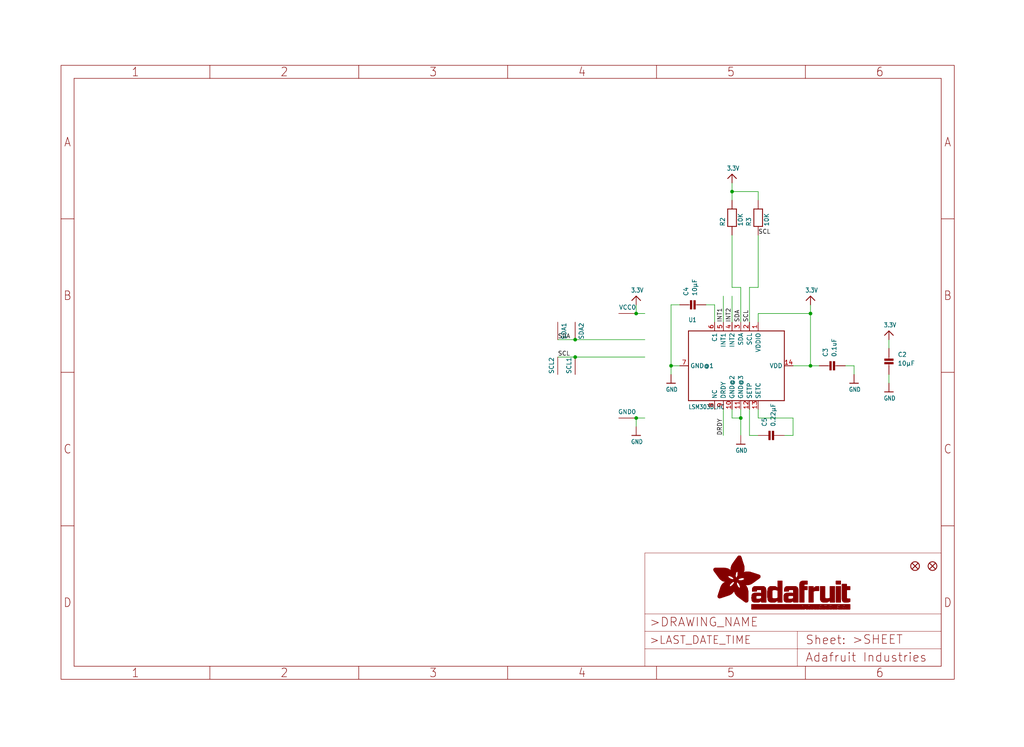
<source format=kicad_sch>
(kicad_sch (version 20211123) (generator eeschema)
  (paper "User" 298.45 217.881)
  (lib_symbols
    (symbol "eagleSchem-eagle-import:3.3V" (power)
      (property "Value" "3.3V" (at -1.524 1.016 0))
      (symbol "3.3V_1_0"
        (pin power_in line (at 0 -2.54 90) (length 2.54) (name "3.3V") (number "1"))
      )
    )
    (symbol "eagleSchem-eagle-import:CAP_CERAMIC_0805"
      (property "Reference" "C" (at 2.54 2.54 0))
      (property "Value" "CAP_CERAMIC_0805" (at 2.54 0 0))
      (symbol "CAP_CERAMIC_0805_1_0"
        (pin passive line (at 0 5.08 270) (length 2.54) (name "P$1") (number "1"))
        (pin passive line (at 0 -2.54 90) (length 2.54) (name "P$2") (number "2"))
      )
    )
    (symbol "eagleSchem-eagle-import:FIDUCIAL{dblquote}{dblquote}")
    (symbol "eagleSchem-eagle-import:FRAME_A4_ADAFRUIT"
      (symbol "FRAME_A4_ADAFRUIT_1_0"
        (text "1" (at 21.6958 1.905 0) (effects (font (size 2.54 2.286))))
        (text "1" (at 21.6958 177.165 0) (effects (font (size 2.54 2.286))))
        (text "2" (at 65.0875 1.905 0) (effects (font (size 2.54 2.286))))
        (text "2" (at 65.0875 177.165 0) (effects (font (size 2.54 2.286))))
        (text "3" (at 108.4792 1.905 0) (effects (font (size 2.54 2.286))))
        (text "3" (at 108.4792 177.165 0) (effects (font (size 2.54 2.286))))
        (text "4" (at 151.8708 1.905 0) (effects (font (size 2.54 2.286))))
        (text "4" (at 151.8708 177.165 0) (effects (font (size 2.54 2.286))))
        (text "5" (at 195.2625 1.905 0) (effects (font (size 2.54 2.286))))
        (text "5" (at 195.2625 177.165 0) (effects (font (size 2.54 2.286))))
        (text "6" (at 238.6542 1.905 0) (effects (font (size 2.54 2.286))))
        (text "6" (at 238.6542 177.165 0) (effects (font (size 2.54 2.286))))
        (text ">DRAWING_NAME" (at 171.45 15.24 0) (effects (font (size 2.54 2.54)) (justify left bottom)))
        (text ">LAST_DATE_TIME" (at 171.45 10.16 0) (effects (font (size 2.286 2.286)) (justify left bottom)))
        (text ">SHEET" (at 230.505 10.16 0) (effects (font (size 2.54 2.54)) (justify left bottom)))
        (text "A" (at 1.905 156.6863 0) (effects (font (size 2.54 2.286))))
        (text "A" (at 258.445 156.6863 0) (effects (font (size 2.54 2.286))))
        (text "Adafruit Industries" (at 216.916 4.953 0) (effects (font (size 2.54 2.54)) (justify left bottom)))
        (text "B" (at 1.905 111.9188 0) (effects (font (size 2.54 2.286))))
        (text "B" (at 258.445 111.9188 0) (effects (font (size 2.54 2.286))))
        (text "C" (at 1.905 67.1513 0) (effects (font (size 2.54 2.286))))
        (text "C" (at 258.445 67.1513 0) (effects (font (size 2.54 2.286))))
        (text "D" (at 1.905 22.3838 0) (effects (font (size 2.54 2.286))))
        (text "D" (at 258.445 22.3838 0) (effects (font (size 2.54 2.286))))
        (text "Sheet:" (at 216.916 10.033 0) (effects (font (size 2.54 2.54)) (justify left bottom)))
      )
    )
    (symbol "eagleSchem-eagle-import:GND" (power)
      (property "Value" "GND" (at -1.524 -2.54 0))
      (symbol "GND_1_0"
        (pin power_in line (at 0 2.54 270) (length 2.54) (name "GND") (number "1"))
      )
    )
    (symbol "eagleSchem-eagle-import:LSM303DLHC"
      (property "Reference" "U" (at -12.7 12.7 0))
      (property "Value" "LSM303DLHC" (at -12.7 -12.7 0))
      (symbol "LSM303DLHC_1_0"
        (pin power_in line (at 7.62 12.7 270) (length 2.54) (name "VDDIO") (number "1"))
        (pin power_in line (at 0 -12.7 90) (length 2.54) (name "GND@2") (number "10"))
        (pin power_in line (at 2.54 -12.7 90) (length 2.54) (name "GND@3") (number "11"))
        (pin bidirectional line (at 5.08 -12.7 90) (length 2.54) (name "SETP") (number "12"))
        (pin bidirectional line (at 7.62 -12.7 90) (length 2.54) (name "SETC") (number "13"))
        (pin power_in line (at 17.78 0 180) (length 2.54) (name "VDD") (number "14"))
        (pin bidirectional line (at 5.08 12.7 270) (length 2.54) (name "SCL") (number "2"))
        (pin bidirectional line (at 2.54 12.7 270) (length 2.54) (name "SDA") (number "3"))
        (pin output line (at 0 12.7 270) (length 2.54) (name "INT2") (number "4"))
        (pin output line (at -2.54 12.7 270) (length 2.54) (name "INT1") (number "5"))
        (pin bidirectional line (at -5.08 12.7 270) (length 2.54) (name "C1") (number "6"))
        (pin power_in line (at -15.24 0 0) (length 2.54) (name "GND@1") (number "7"))
        (pin bidirectional line (at -5.08 -12.7 90) (length 2.54) (name "NC") (number "8"))
        (pin output line (at -2.54 -12.7 90) (length 2.54) (name "DRDY") (number "9"))
      )
    )
    (symbol "eagleSchem-eagle-import:RESISTOR_0805"
      (property "Reference" "R" (at -2.54 2.032 0))
      (property "Value" "RESISTOR_0805" (at -2.54 -3.175 0))
      (symbol "RESISTOR_0805_1_0"
        (pin passive line (at -5.08 0 0) (length 2.54) (name "1") (number "1"))
        (pin passive line (at 5.08 0 180) (length 2.54) (name "2") (number "2"))
      )
    )
    (symbol "eagleSchem-eagle-import:SEWTAP0.5IN"
      (property "Reference" "TP" (at 0 2.54 0))
      (symbol "SEWTAP0.5IN_1_0"
        (pin bidirectional line (at 0 0 180) (length 5.08) (name "SEW") (number "TAP"))
      )
    )
  )
  (junction (at 215.9 121.92))
  (junction (at 167.64 104.14))
  (junction (at 167.64 99.06))
  (junction (at 213.36 55.88))
  (junction (at 236.22 91.44))
  (junction (at 185.42 91.44))
  (junction (at 236.22 106.68))
  (junction (at 195.58 106.68))
  (junction (at 185.42 121.92))
  (wire (pts (xy 213.36 121.92) (xy 215.9 121.92)))
  (wire (pts (xy 259.08 99.06) (xy 259.08 101.6)))
  (wire (pts (xy 195.58 88.9) (xy 195.58 106.68)))
  (wire (pts (xy 231.14 127) (xy 228.6 127)))
  (wire (pts (xy 220.98 119.38) (xy 220.98 121.92)))
  (wire (pts (xy 218.44 83.82) (xy 218.44 93.98)))
  (wire (pts (xy 248.92 106.68) (xy 248.92 109.22)))
  (wire (pts (xy 218.44 119.38) (xy 218.44 127)))
  (wire (pts (xy 195.58 106.68) (xy 195.58 109.22)))
  (wire (pts (xy 187.96 121.92) (xy 185.42 121.92)))
  (wire (pts (xy 213.36 93.98) (xy 213.36 86.36)))
  (wire (pts (xy 210.82 119.38) (xy 210.82 127)))
  (wire (pts (xy 187.96 91.44) (xy 185.42 91.44)))
  (wire (pts (xy 213.36 68.58) (xy 213.36 83.82)))
  (wire (pts (xy 236.22 91.44) (xy 236.22 106.68)))
  (wire (pts (xy 213.36 55.88) (xy 213.36 53.34)))
  (wire (pts (xy 185.42 91.44) (xy 185.42 88.9)))
  (wire (pts (xy 208.28 88.9) (xy 205.74 88.9)))
  (wire (pts (xy 231.14 106.68) (xy 236.22 106.68)))
  (wire (pts (xy 236.22 88.9) (xy 236.22 91.44)))
  (wire (pts (xy 259.08 109.22) (xy 259.08 111.76)))
  (wire (pts (xy 198.12 88.9) (xy 195.58 88.9)))
  (wire (pts (xy 220.98 58.42) (xy 220.98 55.88)))
  (wire (pts (xy 220.98 121.92) (xy 231.14 121.92)))
  (wire (pts (xy 246.38 106.68) (xy 248.92 106.68)))
  (wire (pts (xy 215.9 119.38) (xy 215.9 121.92)))
  (wire (pts (xy 218.44 83.82) (xy 220.98 83.82)))
  (wire (pts (xy 213.36 119.38) (xy 213.36 121.92)))
  (wire (pts (xy 185.42 121.92) (xy 185.42 124.46)))
  (wire (pts (xy 213.36 83.82) (xy 215.9 83.82)))
  (wire (pts (xy 208.28 93.98) (xy 208.28 88.9)))
  (wire (pts (xy 220.98 55.88) (xy 213.36 55.88)))
  (wire (pts (xy 198.12 106.68) (xy 195.58 106.68)))
  (wire (pts (xy 167.64 104.14) (xy 162.56 104.14)))
  (wire (pts (xy 187.96 104.14) (xy 167.64 104.14)))
  (wire (pts (xy 218.44 127) (xy 220.98 127)))
  (wire (pts (xy 220.98 93.98) (xy 220.98 91.44)))
  (wire (pts (xy 187.96 99.06) (xy 167.64 99.06)))
  (wire (pts (xy 231.14 121.92) (xy 231.14 127)))
  (wire (pts (xy 167.64 99.06) (xy 162.56 99.06)))
  (wire (pts (xy 215.9 83.82) (xy 215.9 93.98)))
  (wire (pts (xy 220.98 68.58) (xy 220.98 83.82)))
  (wire (pts (xy 213.36 58.42) (xy 213.36 55.88)))
  (wire (pts (xy 220.98 91.44) (xy 236.22 91.44)))
  (wire (pts (xy 210.82 93.98) (xy 210.82 86.36)))
  (wire (pts (xy 236.22 106.68) (xy 238.76 106.68)))
  (wire (pts (xy 215.9 121.92) (xy 215.9 127)))
  (label "SCL" (at 220.98 68.58 0) (effects (font (size 1.2446 1.2446))))
  (label "SCL" (at 218.44 93.98 90) (effects (font (size 1.2446 1.2446))))
  (label "SDA" (at 162.56 99.06 0) (effects (font (size 1.2446 1.2446))))
  (label "SCL" (at 162.56 104.14 0) (effects (font (size 1.2446 1.2446))))
  (label "DRDY" (at 210.82 127 90) (effects (font (size 1.2446 1.2446))))
  (label "SDA" (at 215.9 93.98 90) (effects (font (size 1.2446 1.2446))))
  (label "INT1" (at 210.82 93.98 90) (effects (font (size 1.2446 1.2446))))
  (label "INT2" (at 213.36 93.98 90) (effects (font (size 1.2446 1.2446))))
  (symbol (lib_id "eagleSchem-eagle-import:3.3V") (at 259.08 96.52 0) (unit 1)
    (property "Reference" "#U$6" (effects hide))
    (property "Value" "3.3V" (at 257.556 95.504 0) (effects (font (size 1.27 1.0795)) (justify left bottom)))
    (property "Footprint" "eagleSchem:" (effects hide))
  )
  (symbol (lib_id "eagleSchem-eagle-import:CAP_CERAMIC_0805") (at 226.06 127 90) (unit 1)
    (property "Reference" "C5" (at 223.52 124.46 0) (effects (justify left bottom)))
    (property "Value" "0.22µF" (at 226.06 124.46 0) (effects (justify left bottom)))
    (property "Footprint" "eagleSchem:_0805" (effects hide))
  )
  (symbol (lib_id "eagleSchem-eagle-import:CAP_CERAMIC_0805") (at 203.2 88.9 90) (unit 1)
    (property "Reference" "C4" (at 200.66 86.36 0) (effects (justify left bottom)))
    (property "Value" "10µF" (at 203.2 86.36 0) (effects (justify left bottom)))
    (property "Footprint" "eagleSchem:_0805" (effects hide))
  )
  (symbol (lib_id "eagleSchem-eagle-import:GND") (at 248.92 111.76 0) (unit 1)
    (property "Reference" "#U$3" (effects hide))
    (property "Value" "GND" (at 247.396 114.3 0) (effects (font (size 1.27 1.0795)) (justify left bottom)))
    (property "Footprint" "eagleSchem:" (effects hide))
  )
  (symbol (lib_id "eagleSchem-eagle-import:GND") (at 195.58 111.76 0) (unit 1)
    (property "Reference" "#U$8" (effects hide))
    (property "Value" "GND" (at 194.056 114.3 0) (effects (font (size 1.27 1.0795)) (justify left bottom)))
    (property "Footprint" "eagleSchem:" (effects hide))
  )
  (symbol (lib_id "eagleSchem-eagle-import:SEWTAP0.5IN") (at 185.42 121.92 0) (unit 1)
    (property "Reference" "GND0" (at 185.42 119.38 0) (effects (justify right top)))
    (property "Value" "SEWTAP0.5IN" (effects hide))
    (property "Footprint" "eagleSchem:SEWINGTAP_0.5" (effects hide))
  )
  (symbol (lib_id "eagleSchem-eagle-import:CAP_CERAMIC_0805") (at 259.08 106.68 0) (unit 1)
    (property "Reference" "C2" (at 261.62 104.14 0) (effects (justify left bottom)))
    (property "Value" "10µF" (at 261.62 106.68 0) (effects (justify left bottom)))
    (property "Footprint" "eagleSchem:_0805" (effects hide))
  )
  (symbol (lib_id "eagleSchem-eagle-import:FIDUCIAL{dblquote}{dblquote}") (at 266.7 165.1 0) (unit 1)
    (property "Reference" "FID2" (effects hide))
    (property "Value" "FIDUCIAL{dblquote}{dblquote}" (effects hide))
    (property "Footprint" "eagleSchem:FIDUCIAL_1MM" (effects hide))
  )
  (symbol (lib_id "eagleSchem-eagle-import:LSM303DLHC") (at 213.36 106.68 0) (unit 1)
    (property "Reference" "U1" (at 200.66 93.98 0) (effects (font (size 1.27 1.0795)) (justify left bottom)))
    (property "Value" "LSM303DLHC" (at 200.66 119.38 0) (effects (font (size 1.27 1.0795)) (justify left bottom)))
    (property "Footprint" "eagleSchem:LGA14" (effects hide))
  )
  (symbol (lib_id "eagleSchem-eagle-import:RESISTOR_0805") (at 220.98 63.5 90) (unit 1)
    (property "Reference" "R3" (at 218.948 66.04 0) (effects (justify left bottom)))
    (property "Value" "10K" (at 224.155 66.04 0) (effects (justify left bottom)))
    (property "Footprint" "eagleSchem:_0805" (effects hide))
  )
  (symbol (lib_id "eagleSchem-eagle-import:SEWTAP0.5IN") (at 185.42 91.44 0) (unit 1)
    (property "Reference" "VCC0" (at 185.42 88.9 0) (effects (justify right top)))
    (property "Value" "SEWTAP0.5IN" (effects hide))
    (property "Footprint" "eagleSchem:SEWINGTAP_0.5" (effects hide))
  )
  (symbol (lib_id "eagleSchem-eagle-import:FRAME_A4_ADAFRUIT") (at 17.78 198.12 0) (unit 1)
    (property "Reference" "#U$1" (effects hide))
    (property "Value" "FRAME_A4_ADAFRUIT" (effects hide))
    (property "Footprint" "eagleSchem:" (effects hide))
  )
  (symbol (lib_id "eagleSchem-eagle-import:SEWTAP0.5IN") (at 162.56 104.14 90) (unit 1)
    (property "Reference" "SCL2" (at 160.02 104.14 0) (effects (justify right top)))
    (property "Value" "SEWTAP0.5IN" (effects hide))
    (property "Footprint" "eagleSchem:SEWINGTAP_0.5" (effects hide))
  )
  (symbol (lib_id "eagleSchem-eagle-import:CAP_CERAMIC_0805") (at 243.84 106.68 90) (unit 1)
    (property "Reference" "C3" (at 241.3 104.14 0) (effects (justify left bottom)))
    (property "Value" "0.1uF" (at 243.84 104.14 0) (effects (justify left bottom)))
    (property "Footprint" "eagleSchem:_0805" (effects hide))
  )
  (symbol (lib_id "eagleSchem-eagle-import:FIDUCIAL{dblquote}{dblquote}") (at 271.78 165.1 0) (unit 1)
    (property "Reference" "FID1" (effects hide))
    (property "Value" "FIDUCIAL{dblquote}{dblquote}" (effects hide))
    (property "Footprint" "eagleSchem:FIDUCIAL_1MM" (effects hide))
  )
  (symbol (lib_id "eagleSchem-eagle-import:3.3V") (at 236.22 86.36 0) (unit 1)
    (property "Reference" "#U$2" (effects hide))
    (property "Value" "3.3V" (at 234.696 85.344 0) (effects (font (size 1.27 1.0795)) (justify left bottom)))
    (property "Footprint" "eagleSchem:" (effects hide))
  )
  (symbol (lib_id "eagleSchem-eagle-import:SEWTAP0.5IN") (at 167.64 99.06 270) (unit 1)
    (property "Reference" "SDA2" (at 170.18 99.06 0) (effects (justify right top)))
    (property "Value" "SEWTAP0.5IN" (effects hide))
    (property "Footprint" "eagleSchem:SEWINGTAP_0.5" (effects hide))
  )
  (symbol (lib_id "eagleSchem-eagle-import:GND") (at 259.08 114.3 0) (unit 1)
    (property "Reference" "#U$9" (effects hide))
    (property "Value" "GND" (at 257.556 116.84 0) (effects (font (size 1.27 1.0795)) (justify left bottom)))
    (property "Footprint" "eagleSchem:" (effects hide))
  )
  (symbol (lib_id "eagleSchem-eagle-import:3.3V") (at 185.42 86.36 0) (unit 1)
    (property "Reference" "#U$5" (effects hide))
    (property "Value" "3.3V" (at 183.896 85.344 0) (effects (font (size 1.27 1.0795)) (justify left bottom)))
    (property "Footprint" "eagleSchem:" (effects hide))
  )
  (symbol (lib_id "eagleSchem-eagle-import:SEWTAP0.5IN") (at 162.56 99.06 270) (unit 1)
    (property "Reference" "SDA1" (at 165.1 99.06 0) (effects (justify right top)))
    (property "Value" "SEWTAP0.5IN" (effects hide))
    (property "Footprint" "eagleSchem:SEWINGTAP_0.5" (effects hide))
  )
  (symbol (lib_id "eagleSchem-eagle-import:GND") (at 215.9 129.54 0) (unit 1)
    (property "Reference" "#U$7" (effects hide))
    (property "Value" "GND" (at 214.376 132.08 0) (effects (font (size 1.27 1.0795)) (justify left bottom)))
    (property "Footprint" "eagleSchem:" (effects hide))
  )
  (symbol (lib_id "eagleSchem-eagle-import:GND") (at 185.42 127 0) (unit 1)
    (property "Reference" "#U$10" (effects hide))
    (property "Value" "GND" (at 183.896 129.54 0) (effects (font (size 1.27 1.0795)) (justify left bottom)))
    (property "Footprint" "eagleSchem:" (effects hide))
  )
  (symbol (lib_id "eagleSchem-eagle-import:RESISTOR_0805") (at 213.36 63.5 90) (unit 1)
    (property "Reference" "R2" (at 211.328 66.04 0) (effects (justify left bottom)))
    (property "Value" "10K" (at 216.535 66.04 0) (effects (justify left bottom)))
    (property "Footprint" "eagleSchem:_0805" (effects hide))
  )
  (symbol (lib_id "eagleSchem-eagle-import:3.3V") (at 213.36 50.8 0) (unit 1)
    (property "Reference" "#U$11" (effects hide))
    (property "Value" "3.3V" (at 211.836 49.784 0) (effects (font (size 1.27 1.0795)) (justify left bottom)))
    (property "Footprint" "eagleSchem:" (effects hide))
  )
  (symbol (lib_id "eagleSchem-eagle-import:SEWTAP0.5IN") (at 167.64 104.14 90) (unit 1)
    (property "Reference" "SCL1" (at 165.1 104.14 0) (effects (justify right top)))
    (property "Value" "SEWTAP0.5IN" (effects hide))
    (property "Footprint" "eagleSchem:SEWINGTAP_0.5" (effects hide))
  )
)
</source>
